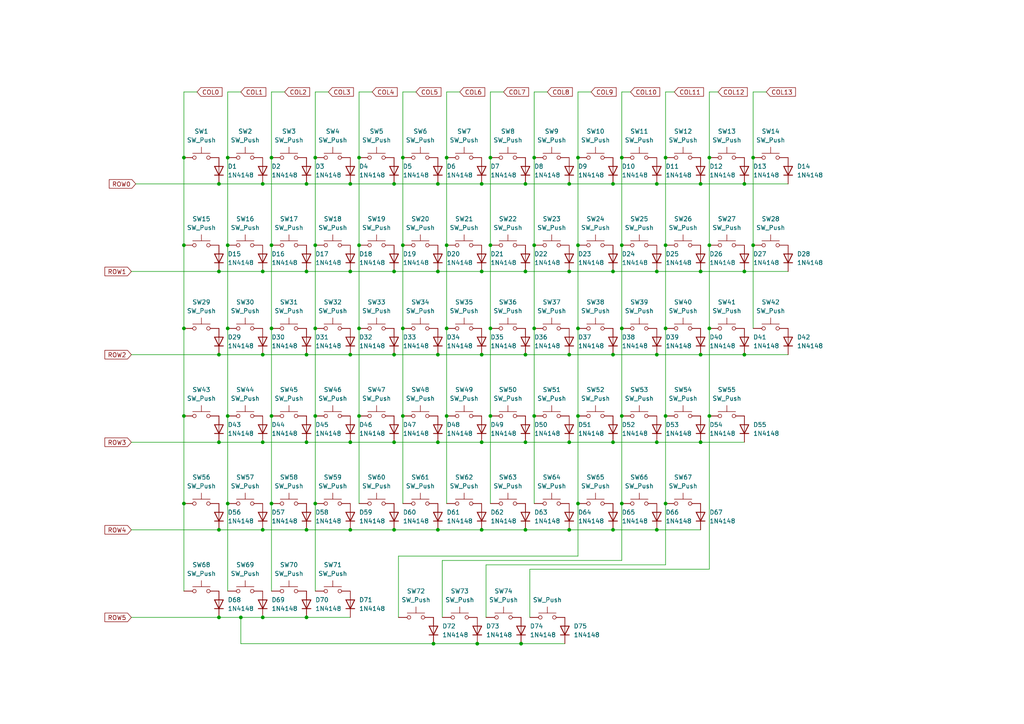
<source format=kicad_sch>
(kicad_sch (version 20250114) (generator "eeschema") (generator_version "9.0")
  (paper "A4")
  (junction (at 152.4 128.27))
  (junction (at 129.54 95.25))
  (junction (at 167.64 95.25))
  (junction (at 165.1 128.27))
  (junction (at 193.04 95.25))
  (junction (at 142.24 71.12))
  (junction (at 129.54 120.65))
  (junction (at 152.4 102.87))
  (junction (at 78.74 120.65))
  (junction (at 127 128.27))
  (junction (at 193.04 120.65))
  (junction (at 139.7 153.67))
  (junction (at 218.44 45.72))
  (junction (at 165.1 153.67))
  (junction (at 114.3 78.74))
  (junction (at 63.5 128.27))
  (junction (at 101.6 78.74))
  (junction (at 139.7 102.87))
  (junction (at 177.8 128.27))
  (junction (at 190.5 102.87))
  (junction (at 215.9 53.34))
  (junction (at 63.5 153.67))
  (junction (at 193.04 146.05))
  (junction (at 53.34 71.12))
  (junction (at 177.8 53.34))
  (junction (at 152.4 78.74))
  (junction (at 78.74 45.72))
  (junction (at 114.3 102.87))
  (junction (at 205.74 120.65))
  (junction (at 104.14 95.25))
  (junction (at 180.34 120.65))
  (junction (at 63.5 102.87))
  (junction (at 142.24 120.65))
  (junction (at 190.5 128.27))
  (junction (at 78.74 71.12))
  (junction (at 116.84 120.65))
  (junction (at 88.9 153.67))
  (junction (at 142.24 95.25))
  (junction (at 116.84 45.72))
  (junction (at 205.74 45.72))
  (junction (at 205.74 71.12))
  (junction (at 139.7 128.27))
  (junction (at 180.34 95.25))
  (junction (at 190.5 153.67))
  (junction (at 76.2 153.67))
  (junction (at 63.5 179.07))
  (junction (at 76.2 179.07))
  (junction (at 154.94 120.65))
  (junction (at 66.04 71.12))
  (junction (at 116.84 95.25))
  (junction (at 167.64 146.05))
  (junction (at 69.85 179.07))
  (junction (at 53.34 146.05))
  (junction (at 203.2 128.27))
  (junction (at 53.34 45.72))
  (junction (at 91.44 95.25))
  (junction (at 154.94 71.12))
  (junction (at 152.4 153.67))
  (junction (at 129.54 45.72))
  (junction (at 165.1 53.34))
  (junction (at 180.34 45.72))
  (junction (at 125.73 186.69))
  (junction (at 154.94 45.72))
  (junction (at 101.6 153.67))
  (junction (at 88.9 179.07))
  (junction (at 66.04 146.05))
  (junction (at 142.24 45.72))
  (junction (at 215.9 78.74))
  (junction (at 104.14 45.72))
  (junction (at 78.74 95.25))
  (junction (at 63.5 53.34))
  (junction (at 129.54 71.12))
  (junction (at 167.64 71.12))
  (junction (at 78.74 146.05))
  (junction (at 167.64 45.72))
  (junction (at 114.3 53.34))
  (junction (at 66.04 120.65))
  (junction (at 101.6 102.87))
  (junction (at 203.2 53.34))
  (junction (at 177.8 78.74))
  (junction (at 190.5 78.74))
  (junction (at 53.34 95.25))
  (junction (at 114.3 128.27))
  (junction (at 76.2 102.87))
  (junction (at 203.2 102.87))
  (junction (at 91.44 71.12))
  (junction (at 104.14 71.12))
  (junction (at 139.7 53.34))
  (junction (at 165.1 102.87))
  (junction (at 127 153.67))
  (junction (at 177.8 102.87))
  (junction (at 152.4 53.34))
  (junction (at 104.14 120.65))
  (junction (at 138.43 186.69))
  (junction (at 167.64 120.65))
  (junction (at 154.94 95.25))
  (junction (at 76.2 78.74))
  (junction (at 127 78.74))
  (junction (at 91.44 120.65))
  (junction (at 180.34 71.12))
  (junction (at 203.2 78.74))
  (junction (at 116.84 71.12))
  (junction (at 139.7 78.74))
  (junction (at 215.9 102.87))
  (junction (at 127 102.87))
  (junction (at 218.44 71.12))
  (junction (at 114.3 153.67))
  (junction (at 101.6 53.34))
  (junction (at 190.5 53.34))
  (junction (at 66.04 95.25))
  (junction (at 88.9 102.87))
  (junction (at 88.9 53.34))
  (junction (at 76.2 128.27))
  (junction (at 127 53.34))
  (junction (at 91.44 146.05))
  (junction (at 165.1 78.74))
  (junction (at 63.5 78.74))
  (junction (at 151.13 186.69))
  (junction (at 91.44 45.72))
  (junction (at 101.6 128.27))
  (junction (at 177.8 153.67))
  (junction (at 205.74 95.25))
  (junction (at 193.04 71.12))
  (junction (at 180.34 146.05))
  (junction (at 53.34 120.65))
  (junction (at 193.04 45.72))
  (junction (at 88.9 78.74))
  (junction (at 66.04 45.72))
  (junction (at 88.9 128.27))
  (junction (at 76.2 53.34))
  (wire (pts (xy 101.6 128.27) (xy 114.3 128.27)))
  (wire (pts (xy 218.44 26.67) (xy 222.25 26.67)))
  (wire (pts (xy 205.74 120.65) (xy 205.74 165.1)))
  (wire (pts (xy 193.04 45.72) (xy 193.04 26.67)))
  (wire (pts (xy 205.74 26.67) (xy 208.28 26.67)))
  (wire (pts (xy 114.3 128.27) (xy 127 128.27)))
  (wire (pts (xy 63.5 102.87) (xy 76.2 102.87)))
  (wire (pts (xy 142.24 45.72) (xy 142.24 26.67)))
  (wire (pts (xy 114.3 53.34) (xy 127 53.34)))
  (wire (pts (xy 154.94 120.65) (xy 154.94 146.05)))
  (wire (pts (xy 177.8 78.74) (xy 190.5 78.74)))
  (wire (pts (xy 165.1 53.34) (xy 177.8 53.34)))
  (wire (pts (xy 115.57 179.07) (xy 115.57 161.29)))
  (wire (pts (xy 69.85 186.69) (xy 125.73 186.69)))
  (wire (pts (xy 76.2 102.87) (xy 88.9 102.87)))
  (wire (pts (xy 88.9 102.87) (xy 101.6 102.87)))
  (wire (pts (xy 152.4 53.34) (xy 165.1 53.34)))
  (wire (pts (xy 104.14 26.67) (xy 107.95 26.67)))
  (wire (pts (xy 78.74 71.12) (xy 78.74 95.25)))
  (wire (pts (xy 193.04 71.12) (xy 193.04 95.25)))
  (wire (pts (xy 88.9 78.74) (xy 101.6 78.74)))
  (wire (pts (xy 203.2 128.27) (xy 215.9 128.27)))
  (wire (pts (xy 116.84 95.25) (xy 116.84 120.65)))
  (wire (pts (xy 101.6 78.74) (xy 114.3 78.74)))
  (wire (pts (xy 142.24 120.65) (xy 142.24 146.05)))
  (wire (pts (xy 154.94 71.12) (xy 154.94 95.25)))
  (wire (pts (xy 53.34 45.72) (xy 53.34 26.67)))
  (wire (pts (xy 154.94 26.67) (xy 154.94 45.72)))
  (wire (pts (xy 88.9 128.27) (xy 101.6 128.27)))
  (wire (pts (xy 116.84 45.72) (xy 116.84 26.67)))
  (wire (pts (xy 76.2 128.27) (xy 88.9 128.27)))
  (wire (pts (xy 53.34 146.05) (xy 53.34 171.45)))
  (wire (pts (xy 190.5 53.34) (xy 203.2 53.34)))
  (wire (pts (xy 127 78.74) (xy 139.7 78.74)))
  (wire (pts (xy 115.57 161.29) (xy 167.64 161.29)))
  (wire (pts (xy 129.54 45.72) (xy 129.54 26.67)))
  (wire (pts (xy 78.74 45.72) (xy 78.74 71.12)))
  (wire (pts (xy 66.04 26.67) (xy 66.04 45.72)))
  (wire (pts (xy 167.64 26.67) (xy 171.45 26.67)))
  (wire (pts (xy 165.1 128.27) (xy 177.8 128.27)))
  (wire (pts (xy 218.44 45.72) (xy 218.44 26.67)))
  (wire (pts (xy 69.85 179.07) (xy 76.2 179.07)))
  (wire (pts (xy 165.1 153.67) (xy 177.8 153.67)))
  (wire (pts (xy 190.5 153.67) (xy 203.2 153.67)))
  (wire (pts (xy 203.2 78.74) (xy 215.9 78.74)))
  (wire (pts (xy 114.3 153.67) (xy 127 153.67)))
  (wire (pts (xy 66.04 120.65) (xy 66.04 146.05)))
  (wire (pts (xy 129.54 95.25) (xy 129.54 120.65)))
  (wire (pts (xy 76.2 78.74) (xy 88.9 78.74)))
  (wire (pts (xy 104.14 45.72) (xy 104.14 71.12)))
  (wire (pts (xy 91.44 95.25) (xy 91.44 120.65)))
  (wire (pts (xy 205.74 165.1) (xy 153.67 165.1)))
  (wire (pts (xy 91.44 45.72) (xy 91.44 26.67)))
  (wire (pts (xy 53.34 95.25) (xy 53.34 120.65)))
  (wire (pts (xy 114.3 78.74) (xy 127 78.74)))
  (wire (pts (xy 193.04 26.67) (xy 195.58 26.67)))
  (wire (pts (xy 215.9 53.34) (xy 228.6 53.34)))
  (wire (pts (xy 165.1 78.74) (xy 177.8 78.74)))
  (wire (pts (xy 152.4 128.27) (xy 165.1 128.27)))
  (wire (pts (xy 104.14 71.12) (xy 104.14 95.25)))
  (wire (pts (xy 180.34 120.65) (xy 180.34 146.05)))
  (wire (pts (xy 78.74 95.25) (xy 78.74 120.65)))
  (wire (pts (xy 139.7 78.74) (xy 152.4 78.74)))
  (wire (pts (xy 177.8 153.67) (xy 190.5 153.67)))
  (wire (pts (xy 38.1 128.27) (xy 63.5 128.27)))
  (wire (pts (xy 180.34 95.25) (xy 180.34 120.65)))
  (wire (pts (xy 127 128.27) (xy 139.7 128.27)))
  (wire (pts (xy 125.73 186.69) (xy 138.43 186.69)))
  (wire (pts (xy 116.84 26.67) (xy 120.65 26.67)))
  (wire (pts (xy 177.8 128.27) (xy 190.5 128.27)))
  (wire (pts (xy 138.43 186.69) (xy 151.13 186.69)))
  (wire (pts (xy 88.9 179.07) (xy 101.6 179.07)))
  (wire (pts (xy 139.7 53.34) (xy 152.4 53.34)))
  (wire (pts (xy 215.9 102.87) (xy 228.6 102.87)))
  (wire (pts (xy 91.44 120.65) (xy 91.44 146.05)))
  (wire (pts (xy 177.8 102.87) (xy 190.5 102.87)))
  (wire (pts (xy 129.54 71.12) (xy 129.54 95.25)))
  (wire (pts (xy 129.54 120.65) (xy 129.54 146.05)))
  (wire (pts (xy 104.14 95.25) (xy 104.14 120.65)))
  (wire (pts (xy 165.1 102.87) (xy 177.8 102.87)))
  (wire (pts (xy 63.5 153.67) (xy 76.2 153.67)))
  (wire (pts (xy 116.84 45.72) (xy 116.84 71.12)))
  (wire (pts (xy 218.44 45.72) (xy 218.44 71.12)))
  (wire (pts (xy 114.3 102.87) (xy 127 102.87)))
  (wire (pts (xy 66.04 95.25) (xy 66.04 120.65)))
  (wire (pts (xy 129.54 45.72) (xy 129.54 71.12)))
  (wire (pts (xy 66.04 71.12) (xy 66.04 95.25)))
  (wire (pts (xy 78.74 146.05) (xy 78.74 171.45)))
  (wire (pts (xy 180.34 45.72) (xy 180.34 71.12)))
  (wire (pts (xy 142.24 45.72) (xy 142.24 71.12)))
  (wire (pts (xy 140.97 163.83) (xy 193.04 163.83)))
  (wire (pts (xy 38.1 179.07) (xy 63.5 179.07)))
  (wire (pts (xy 139.7 128.27) (xy 152.4 128.27)))
  (wire (pts (xy 78.74 120.65) (xy 78.74 146.05)))
  (wire (pts (xy 39.37 53.34) (xy 63.5 53.34)))
  (wire (pts (xy 167.64 71.12) (xy 167.64 95.25)))
  (wire (pts (xy 180.34 162.56) (xy 128.27 162.56)))
  (wire (pts (xy 101.6 153.67) (xy 114.3 153.67)))
  (wire (pts (xy 142.24 26.67) (xy 146.05 26.67)))
  (wire (pts (xy 167.64 161.29) (xy 167.64 146.05)))
  (wire (pts (xy 142.24 95.25) (xy 142.24 120.65)))
  (wire (pts (xy 205.74 95.25) (xy 205.74 120.65)))
  (wire (pts (xy 104.14 45.72) (xy 104.14 26.67)))
  (wire (pts (xy 180.34 146.05) (xy 180.34 162.56)))
  (wire (pts (xy 167.64 45.72) (xy 167.64 71.12)))
  (wire (pts (xy 139.7 102.87) (xy 152.4 102.87)))
  (wire (pts (xy 91.44 71.12) (xy 91.44 95.25)))
  (wire (pts (xy 88.9 53.34) (xy 101.6 53.34)))
  (wire (pts (xy 193.04 95.25) (xy 193.04 120.65)))
  (wire (pts (xy 190.5 102.87) (xy 203.2 102.87)))
  (wire (pts (xy 66.04 146.05) (xy 66.04 171.45)))
  (wire (pts (xy 53.34 45.72) (xy 53.34 71.12)))
  (wire (pts (xy 153.67 165.1) (xy 153.67 179.07)))
  (wire (pts (xy 66.04 45.72) (xy 66.04 71.12)))
  (wire (pts (xy 91.44 26.67) (xy 95.25 26.67)))
  (wire (pts (xy 91.44 45.72) (xy 91.44 71.12)))
  (wire (pts (xy 180.34 26.67) (xy 182.88 26.67)))
  (wire (pts (xy 203.2 102.87) (xy 215.9 102.87)))
  (wire (pts (xy 66.04 26.67) (xy 69.85 26.67)))
  (wire (pts (xy 63.5 78.74) (xy 76.2 78.74)))
  (wire (pts (xy 154.94 45.72) (xy 154.94 71.12)))
  (wire (pts (xy 63.5 53.34) (xy 76.2 53.34)))
  (wire (pts (xy 91.44 146.05) (xy 91.44 171.45)))
  (wire (pts (xy 193.04 163.83) (xy 193.04 146.05)))
  (wire (pts (xy 193.04 120.65) (xy 193.04 146.05)))
  (wire (pts (xy 78.74 45.72) (xy 78.74 26.67)))
  (wire (pts (xy 104.14 120.65) (xy 104.14 146.05)))
  (wire (pts (xy 127 102.87) (xy 139.7 102.87)))
  (wire (pts (xy 76.2 179.07) (xy 88.9 179.07)))
  (wire (pts (xy 38.1 102.87) (xy 63.5 102.87)))
  (wire (pts (xy 53.34 71.12) (xy 53.34 95.25)))
  (wire (pts (xy 151.13 186.69) (xy 163.83 186.69)))
  (wire (pts (xy 154.94 95.25) (xy 154.94 120.65)))
  (wire (pts (xy 63.5 179.07) (xy 69.85 179.07)))
  (wire (pts (xy 180.34 71.12) (xy 180.34 95.25)))
  (wire (pts (xy 76.2 153.67) (xy 88.9 153.67)))
  (wire (pts (xy 38.1 78.74) (xy 63.5 78.74)))
  (wire (pts (xy 190.5 128.27) (xy 203.2 128.27)))
  (wire (pts (xy 167.64 120.65) (xy 167.64 146.05)))
  (wire (pts (xy 205.74 45.72) (xy 205.74 71.12)))
  (wire (pts (xy 167.64 45.72) (xy 167.64 26.67)))
  (wire (pts (xy 205.74 45.72) (xy 205.74 26.67)))
  (wire (pts (xy 38.1 153.67) (xy 63.5 153.67)))
  (wire (pts (xy 180.34 45.72) (xy 180.34 26.67)))
  (wire (pts (xy 203.2 53.34) (xy 215.9 53.34)))
  (wire (pts (xy 53.34 120.65) (xy 53.34 146.05)))
  (wire (pts (xy 140.97 179.07) (xy 140.97 163.83)))
  (wire (pts (xy 63.5 128.27) (xy 76.2 128.27)))
  (wire (pts (xy 152.4 78.74) (xy 165.1 78.74)))
  (wire (pts (xy 190.5 78.74) (xy 203.2 78.74)))
  (wire (pts (xy 218.44 71.12) (xy 218.44 95.25)))
  (wire (pts (xy 193.04 45.72) (xy 193.04 71.12)))
  (wire (pts (xy 101.6 53.34) (xy 114.3 53.34)))
  (wire (pts (xy 177.8 53.34) (xy 190.5 53.34)))
  (wire (pts (xy 128.27 162.56) (xy 128.27 179.07)))
  (wire (pts (xy 69.85 186.69) (xy 69.85 179.07)))
  (wire (pts (xy 154.94 26.67) (xy 158.75 26.67)))
  (wire (pts (xy 215.9 78.74) (xy 228.6 78.74)))
  (wire (pts (xy 76.2 53.34) (xy 88.9 53.34)))
  (wire (pts (xy 101.6 102.87) (xy 114.3 102.87)))
  (wire (pts (xy 116.84 71.12) (xy 116.84 95.25)))
  (wire (pts (xy 139.7 153.67) (xy 152.4 153.67)))
  (wire (pts (xy 53.34 26.67) (xy 57.15 26.67)))
  (wire (pts (xy 127 53.34) (xy 139.7 53.34)))
  (wire (pts (xy 205.74 71.12) (xy 205.74 95.25)))
  (wire (pts (xy 167.64 95.25) (xy 167.64 120.65)))
  (wire (pts (xy 152.4 153.67) (xy 165.1 153.67)))
  (wire (pts (xy 78.74 26.67) (xy 82.55 26.67)))
  (wire (pts (xy 152.4 102.87) (xy 165.1 102.87)))
  (wire (pts (xy 142.24 71.12) (xy 142.24 95.25)))
  (wire (pts (xy 129.54 26.67) (xy 133.35 26.67)))
  (wire (pts (xy 127 153.67) (xy 139.7 153.67)))
  (wire (pts (xy 116.84 120.65) (xy 116.84 146.05)))
  (wire (pts (xy 88.9 153.67) (xy 101.6 153.67)))
  (global_label "COL13" (shape input) (at 222.25 26.67 0) (property "Intersheetrefs" "${INTERSHEET_REFS}" (effects (hide yes))))
  (global_label "COL12" (shape input) (at 208.28 26.67 0) (property "Intersheetrefs" "${INTERSHEET_REFS}" (effects (hide yes))))
  (global_label "ROW0" (shape input) (at 39.37 53.34 180) (property "Intersheetrefs" "${INTERSHEET_REFS}" (effects (hide yes))))
  (global_label "COL2" (shape input) (at 82.55 26.67 0) (property "Intersheetrefs" "${INTERSHEET_REFS}" (effects (hide yes))))
  (global_label "COL10" (shape input) (at 182.88 26.67 0) (property "Intersheetrefs" "${INTERSHEET_REFS}" (effects (hide yes))))
  (global_label "COL1" (shape input) (at 69.85 26.67 0) (property "Intersheetrefs" "${INTERSHEET_REFS}" (effects (hide yes))))
  (global_label "ROW5" (shape input) (at 38.1 179.07 180) (property "Intersheetrefs" "${INTERSHEET_REFS}" (effects (hide yes))))
  (global_label "COL7" (shape input) (at 146.05 26.67 0) (property "Intersheetrefs" "${INTERSHEET_REFS}" (effects (hide yes))))
  (global_label "COL5" (shape input) (at 120.65 26.67 0) (property "Intersheetrefs" "${INTERSHEET_REFS}" (effects (hide yes))))
  (global_label "ROW2" (shape input) (at 38.1 102.87 180) (property "Intersheetrefs" "${INTERSHEET_REFS}" (effects (hide yes))))
  (global_label "COL11" (shape input) (at 195.58 26.67 0) (property "Intersheetrefs" "${INTERSHEET_REFS}" (effects (hide yes))))
  (global_label "COL9" (shape input) (at 171.45 26.67 0) (property "Intersheetrefs" "${INTERSHEET_REFS}" (effects (hide yes))))
  (global_label "COL3" (shape input) (at 95.25 26.67 0) (property "Intersheetrefs" "${INTERSHEET_REFS}" (effects (hide yes))))
  (global_label "COL0" (shape input) (at 57.15 26.67 0) (property "Intersheetrefs" "${INTERSHEET_REFS}" (effects (hide yes))))
  (global_label "ROW4" (shape input) (at 38.1 153.67 180) (property "Intersheetrefs" "${INTERSHEET_REFS}" (effects (hide yes))))
  (global_label "COL8" (shape input) (at 158.75 26.67 0) (property "Intersheetrefs" "${INTERSHEET_REFS}" (effects (hide yes))))
  (global_label "COL4" (shape input) (at 107.95 26.67 0) (property "Intersheetrefs" "${INTERSHEET_REFS}" (effects (hide yes))))
  (global_label "ROW3" (shape input) (at 38.1 128.27 180) (property "Intersheetrefs" "${INTERSHEET_REFS}" (effects (hide yes))))
  (global_label "COL6" (shape input) (at 133.35 26.67 0) (property "Intersheetrefs" "${INTERSHEET_REFS}" (effects (hide yes))))
  (global_label "ROW1" (shape input) (at 38.1 78.74 180) (property "Intersheetrefs" "${INTERSHEET_REFS}" (effects (hide yes))))
  (symbol (lib_id "Switch:SW_Push") (at 71.12 146.05 0) (unit 1)
    (property "Reference" "SW57" (at 71.12 138.43 0))
    (property "Value" "SW_Push" (at 71.12 140.97 0))
    (property "Footprint" "JonasLib-Git:MX100H" (effects (hide yes)))
    (property "Description" "Push button switch, generic, two pins" (effects (hide yes)))
  )
  (symbol (lib_id "Device:D") (at 139.7 149.86 90) (unit 1)
    (property "Reference" "D62" (at 142.24 148.5899 90) (effects (justify right)))
    (property "Value" "1N4148" (at 142.24 151.1299 90) (effects (justify right)))
    (property "Footprint" "Diode_SMD:D_SOD-123" (effects (hide yes)))
    (property "Description" "Diode" (effects (hide yes)))
    (property "Sim.Device" "D" (effects (hide yes)))
    (property "Sim.Pins" "1=K 2=A" (effects (hide yes)))
  )
  (symbol (lib_id "Device:D") (at 139.7 74.93 90) (unit 1)
    (property "Reference" "D21" (at 142.24 73.6599 90) (effects (justify right)))
    (property "Value" "1N4148" (at 142.24 76.1999 90) (effects (justify right)))
    (property "Footprint" "Diode_SMD:D_SOD-123" (effects (hide yes)))
    (property "Description" "Diode" (effects (hide yes)))
    (property "Sim.Device" "D" (effects (hide yes)))
    (property "Sim.Pins" "1=K 2=A" (effects (hide yes)))
  )
  (symbol (lib_id "Switch:SW_Push") (at 58.42 45.72 0) (unit 1)
    (property "Reference" "SW1" (at 58.42 38.1 0))
    (property "Value" "SW_Push" (at 58.42 40.64 0))
    (property "Footprint" "JonasLib-Git:MX100H" (effects (hide yes)))
    (property "Description" "Push button switch, generic, two pins" (effects (hide yes)))
  )
  (symbol (lib_id "Switch:SW_Push") (at 185.42 146.05 0) (unit 1)
    (property "Reference" "SW66" (at 185.42 138.43 0))
    (property "Value" "SW_Push" (at 185.42 140.97 0))
    (property "Footprint" "JonasLib-Git:MX100H" (effects (hide yes)))
    (property "Description" "Push button switch, generic, two pins" (effects (hide yes)))
  )
  (symbol (lib_id "Switch:SW_Push") (at 160.02 71.12 0) (unit 1)
    (property "Reference" "SW23" (at 160.02 63.5 0))
    (property "Value" "SW_Push" (at 160.02 66.04 0))
    (property "Footprint" "JonasLib-Git:MX100H" (effects (hide yes)))
    (property "Description" "Push button switch, generic, two pins" (effects (hide yes)))
  )
  (symbol (lib_id "Device:D") (at 127 99.06 90) (unit 1)
    (property "Reference" "D34" (at 129.54 97.7899 90) (effects (justify right)))
    (property "Value" "1N4148" (at 129.54 100.3299 90) (effects (justify right)))
    (property "Footprint" "Diode_SMD:D_SOD-123" (effects (hide yes)))
    (property "Description" "Diode" (effects (hide yes)))
    (property "Sim.Device" "D" (effects (hide yes)))
    (property "Sim.Pins" "1=K 2=A" (effects (hide yes)))
  )
  (symbol (lib_id "Switch:SW_Push") (at 58.42 120.65 0) (unit 1)
    (property "Reference" "SW43" (at 58.42 113.03 0))
    (property "Value" "SW_Push" (at 58.42 115.57 0))
    (property "Footprint" "JonasLib-Git:MX100H" (effects (hide yes)))
    (property "Description" "Push button switch, generic, two pins" (effects (hide yes)))
  )
  (symbol (lib_id "Switch:SW_Push") (at 71.12 71.12 0) (unit 1)
    (property "Reference" "SW16" (at 71.12 63.5 0))
    (property "Value" "SW_Push" (at 71.12 66.04 0))
    (property "Footprint" "JonasLib-Git:MX100H" (effects (hide yes)))
    (property "Description" "Push button switch, generic, two pins" (effects (hide yes)))
  )
  (symbol (lib_id "Switch:SW_Push") (at 58.42 171.45 0) (unit 1)
    (property "Reference" "SW68" (at 58.42 163.83 0))
    (property "Value" "SW_Push" (at 58.42 166.37 0))
    (property "Footprint" "JonasLib-Git:MX100H" (effects (hide yes)))
    (property "Description" "Push button switch, generic, two pins" (effects (hide yes)))
  )
  (symbol (lib_id "Switch:SW_Push") (at 83.82 171.45 0) (unit 1)
    (property "Reference" "SW70" (at 83.82 163.83 0))
    (property "Value" "SW_Push" (at 83.82 166.37 0))
    (property "Footprint" "JonasLib-Git:MX100H" (effects (hide yes)))
    (property "Description" "Push button switch, generic, two pins" (effects (hide yes)))
  )
  (symbol (lib_id "Switch:SW_Push") (at 172.72 45.72 0) (unit 1)
    (property "Reference" "SW10" (at 172.72 38.1 0))
    (property "Value" "SW_Push" (at 172.72 40.64 0))
    (property "Footprint" "JonasLib-Git:MX100H" (effects (hide yes)))
    (property "Description" "Push button switch, generic, two pins" (effects (hide yes)))
  )
  (symbol (lib_id "Switch:SW_Push") (at 172.72 95.25 0) (unit 1)
    (property "Reference" "SW38" (at 172.72 87.63 0))
    (property "Value" "SW_Push" (at 172.72 90.17 0))
    (property "Footprint" "JonasLib-Git:MX100H" (effects (hide yes)))
    (property "Description" "Push button switch, generic, two pins" (effects (hide yes)))
  )
  (symbol (lib_id "Device:D") (at 177.8 74.93 90) (unit 1)
    (property "Reference" "D24" (at 180.34 73.6599 90) (effects (justify right)))
    (property "Value" "1N4148" (at 180.34 76.1999 90) (effects (justify right)))
    (property "Footprint" "Diode_SMD:D_SOD-123" (effects (hide yes)))
    (property "Description" "Diode" (effects (hide yes)))
    (property "Sim.Device" "D" (effects (hide yes)))
    (property "Sim.Pins" "1=K 2=A" (effects (hide yes)))
  )
  (symbol (lib_id "Device:D") (at 114.3 74.93 90) (unit 1)
    (property "Reference" "D19" (at 116.84 73.6599 90) (effects (justify right)))
    (property "Value" "1N4148" (at 116.84 76.1999 90) (effects (justify right)))
    (property "Footprint" "Diode_SMD:D_SOD-123" (effects (hide yes)))
    (property "Description" "Diode" (effects (hide yes)))
    (property "Sim.Device" "D" (effects (hide yes)))
    (property "Sim.Pins" "1=K 2=A" (effects (hide yes)))
  )
  (symbol (lib_id "Device:D") (at 152.4 74.93 90) (unit 1)
    (property "Reference" "D22" (at 154.94 73.6599 90) (effects (justify right)))
    (property "Value" "1N4148" (at 154.94 76.1999 90) (effects (justify right)))
    (property "Footprint" "Diode_SMD:D_SOD-123" (effects (hide yes)))
    (property "Description" "Diode" (effects (hide yes)))
    (property "Sim.Device" "D" (effects (hide yes)))
    (property "Sim.Pins" "1=K 2=A" (effects (hide yes)))
  )
  (symbol (lib_id "Device:D") (at 114.3 149.86 90) (unit 1)
    (property "Reference" "D60" (at 116.84 148.5899 90) (effects (justify right)))
    (property "Value" "1N4148" (at 116.84 151.1299 90) (effects (justify right)))
    (property "Footprint" "Diode_SMD:D_SOD-123" (effects (hide yes)))
    (property "Description" "Diode" (effects (hide yes)))
    (property "Sim.Device" "D" (effects (hide yes)))
    (property "Sim.Pins" "1=K 2=A" (effects (hide yes)))
  )
  (symbol (lib_id "Switch:SW_Push") (at 198.12 95.25 0) (unit 1)
    (property "Reference" "SW40" (at 198.12 87.63 0))
    (property "Value" "SW_Push" (at 198.12 90.17 0))
    (property "Footprint" "JonasLib-Git:MX100H" (effects (hide yes)))
    (property "Description" "Push button switch, generic, two pins" (effects (hide yes)))
  )
  (symbol (lib_id "Switch:SW_Push") (at 160.02 95.25 0) (unit 1)
    (property "Reference" "SW37" (at 160.02 87.63 0))
    (property "Value" "SW_Push" (at 160.02 90.17 0))
    (property "Footprint" "JonasLib-Git:MX100H" (effects (hide yes)))
    (property "Description" "Push button switch, generic, two pins" (effects (hide yes)))
  )
  (symbol (lib_id "Switch:SW_Push") (at 223.52 45.72 0) (unit 1)
    (property "Reference" "SW14" (at 223.52 38.1 0))
    (property "Value" "SW_Push" (at 223.52 40.64 0))
    (property "Footprint" "JonasLib-Git:MX100H" (effects (hide yes)))
    (property "Description" "Push button switch, generic, two pins" (effects (hide yes)))
  )
  (symbol (lib_id "Device:D") (at 203.2 149.86 90) (unit 1)
    (property "Reference" "D67" (at 205.74 148.5899 90) (effects (justify right)))
    (property "Value" "1N4148" (at 205.74 151.1299 90) (effects (justify right)))
    (property "Footprint" "Diode_SMD:D_SOD-123" (effects (hide yes)))
    (property "Description" "Diode" (effects (hide yes)))
    (property "Sim.Device" "D" (effects (hide yes)))
    (property "Sim.Pins" "1=K 2=A" (effects (hide yes)))
  )
  (symbol (lib_id "Device:D") (at 88.9 124.46 90) (unit 1)
    (property "Reference" "D45" (at 91.44 123.1899 90) (effects (justify right)))
    (property "Value" "1N4148" (at 91.44 125.7299 90) (effects (justify right)))
    (property "Footprint" "Diode_SMD:D_SOD-123" (effects (hide yes)))
    (property "Description" "Diode" (effects (hide yes)))
    (property "Sim.Device" "D" (effects (hide yes)))
    (property "Sim.Pins" "1=K 2=A" (effects (hide yes)))
  )
  (symbol (lib_id "Switch:SW_Push") (at 223.52 95.25 0) (unit 1)
    (property "Reference" "SW42" (at 223.52 87.63 0))
    (property "Value" "SW_Push" (at 223.52 90.17 0))
    (property "Footprint" "JonasLib-Git:MX100H" (effects (hide yes)))
    (property "Description" "Push button switch, generic, two pins" (effects (hide yes)))
  )
  (symbol (lib_id "Switch:SW_Push") (at 96.52 71.12 0) (unit 1)
    (property "Reference" "SW18" (at 96.52 63.5 0))
    (property "Value" "SW_Push" (at 96.52 66.04 0))
    (property "Footprint" "JonasLib-Git:MX100H" (effects (hide yes)))
    (property "Description" "Push button switch, generic, two pins" (effects (hide yes)))
  )
  (symbol (lib_id "Device:D") (at 152.4 99.06 90) (unit 1)
    (property "Reference" "D36" (at 154.94 97.7899 90) (effects (justify right)))
    (property "Value" "1N4148" (at 154.94 100.3299 90) (effects (justify right)))
    (property "Footprint" "Diode_SMD:D_SOD-123" (effects (hide yes)))
    (property "Description" "Diode" (effects (hide yes)))
    (property "Sim.Device" "D" (effects (hide yes)))
    (property "Sim.Pins" "1=K 2=A" (effects (hide yes)))
  )
  (symbol (lib_id "Switch:SW_Push") (at 58.42 71.12 0) (unit 1)
    (property "Reference" "SW15" (at 58.42 63.5 0))
    (property "Value" "SW_Push" (at 58.42 66.04 0))
    (property "Footprint" "JonasLib-Git:MX100H" (effects (hide yes)))
    (property "Description" "Push button switch, generic, two pins" (effects (hide yes)))
  )
  (symbol (lib_id "Switch:SW_Push") (at 109.22 45.72 0) (unit 1)
    (property "Reference" "SW5" (at 109.22 38.1 0))
    (property "Value" "SW_Push" (at 109.22 40.64 0))
    (property "Footprint" "JonasLib-Git:MX100H" (effects (hide yes)))
    (property "Description" "Push button switch, generic, two pins" (effects (hide yes)))
  )
  (symbol (lib_id "Switch:SW_Push") (at 109.22 120.65 0) (unit 1)
    (property "Reference" "SW47" (at 109.22 113.03 0))
    (property "Value" "SW_Push" (at 109.22 115.57 0))
    (property "Footprint" "JonasLib-Git:MX100H" (effects (hide yes)))
    (property "Description" "Push button switch, generic, two pins" (effects (hide yes)))
  )
  (symbol (lib_id "Device:D") (at 114.3 99.06 90) (unit 1)
    (property "Reference" "D33" (at 116.84 97.7899 90) (effects (justify right)))
    (property "Value" "1N4148" (at 116.84 100.3299 90) (effects (justify right)))
    (property "Footprint" "Diode_SMD:D_SOD-123" (effects (hide yes)))
    (property "Description" "Diode" (effects (hide yes)))
    (property "Sim.Device" "D" (effects (hide yes)))
    (property "Sim.Pins" "1=K 2=A" (effects (hide yes)))
  )
  (symbol (lib_id "Switch:SW_Push") (at 96.52 45.72 0) (unit 1)
    (property "Reference" "SW4" (at 96.52 38.1 0))
    (property "Value" "SW_Push" (at 96.52 40.64 0))
    (property "Footprint" "JonasLib-Git:MX100H" (effects (hide yes)))
    (property "Description" "Push button switch, generic, two pins" (effects (hide yes)))
  )
  (symbol (lib_id "Device:D") (at 177.8 124.46 90) (unit 1)
    (property "Reference" "D52" (at 180.34 123.1899 90) (effects (justify right)))
    (property "Value" "1N4148" (at 180.34 125.7299 90) (effects (justify right)))
    (property "Footprint" "Diode_SMD:D_SOD-123" (effects (hide yes)))
    (property "Description" "Diode" (effects (hide yes)))
    (property "Sim.Device" "D" (effects (hide yes)))
    (property "Sim.Pins" "1=K 2=A" (effects (hide yes)))
  )
  (symbol (lib_id "Switch:SW_Push") (at 96.52 146.05 0) (unit 1)
    (property "Reference" "SW59" (at 96.52 138.43 0))
    (property "Value" "SW_Push" (at 96.52 140.97 0))
    (property "Footprint" "JonasLib-Git:MX100H" (effects (hide yes)))
    (property "Description" "Push button switch, generic, two pins" (effects (hide yes)))
  )
  (symbol (lib_id "Device:D") (at 138.43 182.88 90) (unit 1)
    (property "Reference" "D73" (at 140.97 181.6099 90) (effects (justify right)))
    (property "Value" "1N4148" (at 140.97 184.1499 90) (effects (justify right)))
    (property "Footprint" "Diode_SMD:D_SOD-123" (effects (hide yes)))
    (property "Description" "Diode" (effects (hide yes)))
    (property "Sim.Device" "D" (effects (hide yes)))
    (property "Sim.Pins" "1=K 2=A" (effects (hide yes)))
  )
  (symbol (lib_id "Switch:SW_Push") (at 158.75 179.07 0) (unit 1)
    (property "Reference" "SW75" (effects (hide yes)))
    (property "Value" "SW_Push" (at 158.75 173.99 0))
    (property "Footprint" "JonasLib-Git:MX100H" (effects (hide yes)))
    (property "Description" "Push button switch, generic, two pins" (effects (hide yes)))
  )
  (symbol (lib_id "Switch:SW_Push") (at 185.42 45.72 0) (unit 1)
    (property "Reference" "SW11" (at 185.42 38.1 0))
    (property "Value" "SW_Push" (at 185.42 40.64 0))
    (property "Footprint" "JonasLib-Git:MX100H" (effects (hide yes)))
    (property "Description" "Push button switch, generic, two pins" (effects (hide yes)))
  )
  (symbol (lib_id "Switch:SW_Push") (at 96.52 120.65 0) (unit 1)
    (property "Reference" "SW46" (at 96.52 113.03 0))
    (property "Value" "SW_Push" (at 96.52 115.57 0))
    (property "Footprint" "JonasLib-Git:MX100H" (effects (hide yes)))
    (property "Description" "Push button switch, generic, two pins" (effects (hide yes)))
  )
  (symbol (lib_id "Switch:SW_Push") (at 133.35 179.07 0) (unit 1)
    (property "Reference" "SW73" (at 133.35 171.45 0))
    (property "Value" "SW_Push" (at 133.35 173.99 0))
    (property "Footprint" "JonasLib-Git:MX100H" (effects (hide yes)))
    (property "Description" "Push button switch, generic, two pins" (effects (hide yes)))
  )
  (symbol (lib_id "Device:D") (at 203.2 99.06 90) (unit 1)
    (property "Reference" "D40" (at 205.74 97.7899 90) (effects (justify right)))
    (property "Value" "1N4148" (at 205.74 100.3299 90) (effects (justify right)))
    (property "Footprint" "Diode_SMD:D_SOD-123" (effects (hide yes)))
    (property "Description" "Diode" (effects (hide yes)))
    (property "Sim.Device" "D" (effects (hide yes)))
    (property "Sim.Pins" "1=K 2=A" (effects (hide yes)))
  )
  (symbol (lib_id "Device:D") (at 63.5 49.53 90) (unit 1)
    (property "Reference" "D1" (at 66.04 48.2599 90) (effects (justify right)))
    (property "Value" "1N4148" (at 66.04 50.7999 90) (effects (justify right)))
    (property "Footprint" "Diode_SMD:D_SOD-123" (effects (hide yes)))
    (property "Description" "Diode" (effects (hide yes)))
    (property "Sim.Device" "D" (effects (hide yes)))
    (property "Sim.Pins" "1=K 2=A" (effects (hide yes)))
  )
  (symbol (lib_id "Switch:SW_Push") (at 147.32 95.25 0) (unit 1)
    (property "Reference" "SW36" (at 147.32 87.63 0))
    (property "Value" "SW_Push" (at 147.32 90.17 0))
    (property "Footprint" "JonasLib-Git:MX100H" (effects (hide yes)))
    (property "Description" "Push button switch, generic, two pins" (effects (hide yes)))
  )
  (symbol (lib_id "Switch:SW_Push") (at 96.52 95.25 0) (unit 1)
    (property "Reference" "SW32" (at 96.52 87.63 0))
    (property "Value" "SW_Push" (at 96.52 90.17 0))
    (property "Footprint" "JonasLib-Git:MX100H" (effects (hide yes)))
    (property "Description" "Push button switch, generic, two pins" (effects (hide yes)))
  )
  (symbol (lib_id "Switch:SW_Push") (at 160.02 45.72 0) (unit 1)
    (property "Reference" "SW9" (at 160.02 38.1 0))
    (property "Value" "SW_Push" (at 160.02 40.64 0))
    (property "Footprint" "JonasLib-Git:MX100H" (effects (hide yes)))
    (property "Description" "Push button switch, generic, two pins" (effects (hide yes)))
  )
  (symbol (lib_id "Switch:SW_Push") (at 71.12 171.45 0) (unit 1)
    (property "Reference" "SW69" (at 71.12 163.83 0))
    (property "Value" "SW_Push" (at 71.12 166.37 0))
    (property "Footprint" "JonasLib-Git:MX100H" (effects (hide yes)))
    (property "Description" "Push button switch, generic, two pins" (effects (hide yes)))
  )
  (symbol (lib_id "Switch:SW_Push") (at 198.12 120.65 0) (unit 1)
    (property "Reference" "SW54" (at 198.12 113.03 0))
    (property "Value" "SW_Push" (at 198.12 115.57 0))
    (property "Footprint" "JonasLib-Git:MX100H" (effects (hide yes)))
    (property "Description" "Push button switch, generic, two pins" (effects (hide yes)))
  )
  (symbol (lib_id "Device:D") (at 139.7 124.46 90) (unit 1)
    (property "Reference" "D49" (at 142.24 123.1899 90) (effects (justify right)))
    (property "Value" "1N4148" (at 142.24 125.7299 90) (effects (justify right)))
    (property "Footprint" "Diode_SMD:D_SOD-123" (effects (hide yes)))
    (property "Description" "Diode" (effects (hide yes)))
    (property "Sim.Device" "D" (effects (hide yes)))
    (property "Sim.Pins" "1=K 2=A" (effects (hide yes)))
  )
  (symbol (lib_id "Switch:SW_Push") (at 185.42 71.12 0) (unit 1)
    (property "Reference" "SW25" (at 185.42 63.5 0))
    (property "Value" "SW_Push" (at 185.42 66.04 0))
    (property "Footprint" "JonasLib-Git:MX100H" (effects (hide yes)))
    (property "Description" "Push button switch, generic, two pins" (effects (hide yes)))
  )
  (symbol (lib_id "Device:D") (at 76.2 175.26 90) (unit 1)
    (property "Reference" "D69" (at 78.74 173.9899 90) (effects (justify right)))
    (property "Value" "1N4148" (at 78.74 176.5299 90) (effects (justify right)))
    (property "Footprint" "Diode_SMD:D_SOD-123" (effects (hide yes)))
    (property "Description" "Diode" (effects (hide yes)))
    (property "Sim.Device" "D" (effects (hide yes)))
    (property "Sim.Pins" "1=K 2=A" (effects (hide yes)))
  )
  (symbol (lib_id "Switch:SW_Push") (at 198.12 45.72 0) (unit 1)
    (property "Reference" "SW12" (at 198.12 38.1 0))
    (property "Value" "SW_Push" (at 198.12 40.64 0))
    (property "Footprint" "JonasLib-Git:MX100H" (effects (hide yes)))
    (property "Description" "Push button switch, generic, two pins" (effects (hide yes)))
  )
  (symbol (lib_id "Switch:SW_Push") (at 83.82 71.12 0) (unit 1)
    (property "Reference" "SW17" (at 83.82 63.5 0))
    (property "Value" "SW_Push" (at 83.82 66.04 0))
    (property "Footprint" "JonasLib-Git:MX100H" (effects (hide yes)))
    (property "Description" "Push button switch, generic, two pins" (effects (hide yes)))
  )
  (symbol (lib_id "Device:D") (at 190.5 124.46 90) (unit 1)
    (property "Reference" "D53" (at 193.04 123.1899 90) (effects (justify right)))
    (property "Value" "1N4148" (at 193.04 125.7299 90) (effects (justify right)))
    (property "Footprint" "Diode_SMD:D_SOD-123" (effects (hide yes)))
    (property "Description" "Diode" (effects (hide yes)))
    (property "Sim.Device" "D" (effects (hide yes)))
    (property "Sim.Pins" "1=K 2=A" (effects (hide yes)))
  )
  (symbol (lib_id "Switch:SW_Push") (at 134.62 71.12 0) (unit 1)
    (property "Reference" "SW21" (at 134.62 63.5 0))
    (property "Value" "SW_Push" (at 134.62 66.04 0))
    (property "Footprint" "JonasLib-Git:MX100H" (effects (hide yes)))
    (property "Description" "Push button switch, generic, two pins" (effects (hide yes)))
  )
  (symbol (lib_id "Device:D") (at 76.2 124.46 90) (unit 1)
    (property "Reference" "D44" (at 78.74 123.1899 90) (effects (justify right)))
    (property "Value" "1N4148" (at 78.74 125.7299 90) (effects (justify right)))
    (property "Footprint" "Diode_SMD:D_SOD-123" (effects (hide yes)))
    (property "Description" "Diode" (effects (hide yes)))
    (property "Sim.Device" "D" (effects (hide yes)))
    (property "Sim.Pins" "1=K 2=A" (effects (hide yes)))
  )
  (symbol (lib_id "Device:D") (at 151.13 182.88 90) (unit 1)
    (property "Reference" "D74" (at 153.67 181.6099 90) (effects (justify right)))
    (property "Value" "1N4148" (at 153.67 184.1499 90) (effects (justify right)))
    (property "Footprint" "Diode_SMD:D_SOD-123" (effects (hide yes)))
    (property "Description" "Diode" (effects (hide yes)))
    (property "Sim.Device" "D" (effects (hide yes)))
    (property "Sim.Pins" "1=K 2=A" (effects (hide yes)))
  )
  (symbol (lib_id "Device:D") (at 177.8 99.06 90) (unit 1)
    (property "Reference" "D38" (at 180.34 97.7899 90) (effects (justify right)))
    (property "Value" "1N4148" (at 180.34 100.3299 90) (effects (justify right)))
    (property "Footprint" "Diode_SMD:D_SOD-123" (effects (hide yes)))
    (property "Description" "Diode" (effects (hide yes)))
    (property "Sim.Device" "D" (effects (hide yes)))
    (property "Sim.Pins" "1=K 2=A" (effects (hide yes)))
  )
  (symbol (lib_id "Device:D") (at 165.1 99.06 90) (unit 1)
    (property "Reference" "D37" (at 167.64 97.7899 90) (effects (justify right)))
    (property "Value" "1N4148" (at 167.64 100.3299 90) (effects (justify right)))
    (property "Footprint" "Diode_SMD:D_SOD-123" (effects (hide yes)))
    (property "Description" "Diode" (effects (hide yes)))
    (property "Sim.Device" "D" (effects (hide yes)))
    (property "Sim.Pins" "1=K 2=A" (effects (hide yes)))
  )
  (symbol (lib_id "Device:D") (at 76.2 149.86 90) (unit 1)
    (property "Reference" "D57" (at 78.74 148.5899 90) (effects (justify right)))
    (property "Value" "1N4148" (at 78.74 151.1299 90) (effects (justify right)))
    (property "Footprint" "Diode_SMD:D_SOD-123" (effects (hide yes)))
    (property "Description" "Diode" (effects (hide yes)))
    (property "Sim.Device" "D" (effects (hide yes)))
    (property "Sim.Pins" "1=K 2=A" (effects (hide yes)))
  )
  (symbol (lib_id "Switch:SW_Push") (at 71.12 95.25 0) (unit 1)
    (property "Reference" "SW30" (at 71.12 87.63 0))
    (property "Value" "SW_Push" (at 71.12 90.17 0))
    (property "Footprint" "JonasLib-Git:MX100H" (effects (hide yes)))
    (property "Description" "Push button switch, generic, two pins" (effects (hide yes)))
  )
  (symbol (lib_id "Device:D") (at 63.5 124.46 90) (unit 1)
    (property "Reference" "D43" (at 66.04 123.1899 90) (effects (justify right)))
    (property "Value" "1N4148" (at 66.04 125.7299 90) (effects (justify right)))
    (property "Footprint" "Diode_SMD:D_SOD-123" (effects (hide yes)))
    (property "Description" "Diode" (effects (hide yes)))
    (property "Sim.Device" "D" (effects (hide yes)))
    (property "Sim.Pins" "1=K 2=A" (effects (hide yes)))
  )
  (symbol (lib_id "Device:D") (at 228.6 99.06 90) (unit 1)
    (property "Reference" "D42" (at 231.14 97.7899 90) (effects (justify right)))
    (property "Value" "1N4148" (at 231.14 100.3299 90) (effects (justify right)))
    (property "Footprint" "Diode_SMD:D_SOD-123" (effects (hide yes)))
    (property "Description" "Diode" (effects (hide yes)))
    (property "Sim.Device" "D" (effects (hide yes)))
    (property "Sim.Pins" "1=K 2=A" (effects (hide yes)))
  )
  (symbol (lib_id "Device:D") (at 190.5 149.86 90) (unit 1)
    (property "Reference" "D66" (at 193.04 148.5899 90) (effects (justify right)))
    (property "Value" "1N4148" (at 193.04 151.1299 90) (effects (justify right)))
    (property "Footprint" "Diode_SMD:D_SOD-123" (effects (hide yes)))
    (property "Description" "Diode" (effects (hide yes)))
    (property "Sim.Device" "D" (effects (hide yes)))
    (property "Sim.Pins" "1=K 2=A" (effects (hide yes)))
  )
  (symbol (lib_id "Device:D") (at 228.6 74.93 90) (unit 1)
    (property "Reference" "D28" (at 231.14 73.6599 90) (effects (justify right)))
    (property "Value" "1N4148" (at 231.14 76.1999 90) (effects (justify right)))
    (property "Footprint" "Diode_SMD:D_SOD-123" (effects (hide yes)))
    (property "Description" "Diode" (effects (hide yes)))
    (property "Sim.Device" "D" (effects (hide yes)))
    (property "Sim.Pins" "1=K 2=A" (effects (hide yes)))
  )
  (symbol (lib_id "Device:D") (at 88.9 99.06 90) (unit 1)
    (property "Reference" "D31" (at 91.44 97.7899 90) (effects (justify right)))
    (property "Value" "1N4148" (at 91.44 100.3299 90) (effects (justify right)))
    (property "Footprint" "Diode_SMD:D_SOD-123" (effects (hide yes)))
    (property "Description" "Diode" (effects (hide yes)))
    (property "Sim.Device" "D" (effects (hide yes)))
    (property "Sim.Pins" "1=K 2=A" (effects (hide yes)))
  )
  (symbol (lib_id "Device:D") (at 152.4 49.53 90) (unit 1)
    (property "Reference" "D8" (at 154.94 48.2599 90) (effects (justify right)))
    (property "Value" "1N4148" (at 154.94 50.7999 90) (effects (justify right)))
    (property "Footprint" "Diode_SMD:D_SOD-123" (effects (hide yes)))
    (property "Description" "Diode" (effects (hide yes)))
    (property "Sim.Device" "D" (effects (hide yes)))
    (property "Sim.Pins" "1=K 2=A" (effects (hide yes)))
  )
  (symbol (lib_id "Device:D") (at 63.5 149.86 90) (unit 1)
    (property "Reference" "D56" (at 66.04 148.5899 90) (effects (justify right)))
    (property "Value" "1N4148" (at 66.04 151.1299 90) (effects (justify right)))
    (property "Footprint" "Diode_SMD:D_SOD-123" (effects (hide yes)))
    (property "Description" "Diode" (effects (hide yes)))
    (property "Sim.Device" "D" (effects (hide yes)))
    (property "Sim.Pins" "1=K 2=A" (effects (hide yes)))
  )
  (symbol (lib_id "Switch:SW_Push") (at 147.32 146.05 0) (unit 1)
    (property "Reference" "SW63" (at 147.32 138.43 0))
    (property "Value" "SW_Push" (at 147.32 140.97 0))
    (property "Footprint" "JonasLib-Git:MX100H" (effects (hide yes)))
    (property "Description" "Push button switch, generic, two pins" (effects (hide yes)))
  )
  (symbol (lib_id "Switch:SW_Push") (at 58.42 95.25 0) (unit 1)
    (property "Reference" "SW29" (at 58.42 87.63 0))
    (property "Value" "SW_Push" (at 58.42 90.17 0))
    (property "Footprint" "JonasLib-Git:MX100H" (effects (hide yes)))
    (property "Description" "Push button switch, generic, two pins" (effects (hide yes)))
  )
  (symbol (lib_id "Switch:SW_Push") (at 109.22 71.12 0) (unit 1)
    (property "Reference" "SW19" (at 109.22 63.5 0))
    (property "Value" "SW_Push" (at 109.22 66.04 0))
    (property "Footprint" "JonasLib-Git:MX100H" (effects (hide yes)))
    (property "Description" "Push button switch, generic, two pins" (effects (hide yes)))
  )
  (symbol (lib_id "Switch:SW_Push") (at 121.92 45.72 0) (unit 1)
    (property "Reference" "SW6" (at 121.92 38.1 0))
    (property "Value" "SW_Push" (at 121.92 40.64 0))
    (property "Footprint" "JonasLib-Git:MX100H" (effects (hide yes)))
    (property "Description" "Push button switch, generic, two pins" (effects (hide yes)))
  )
  (symbol (lib_id "Switch:SW_Push") (at 160.02 120.65 0) (unit 1)
    (property "Reference" "SW51" (at 160.02 113.03 0))
    (property "Value" "SW_Push" (at 160.02 115.57 0))
    (property "Footprint" "JonasLib-Git:MX100H" (effects (hide yes)))
    (property "Description" "Push button switch, generic, two pins" (effects (hide yes)))
  )
  (symbol (lib_id "Device:D") (at 163.83 182.88 90) (unit 1)
    (property "Reference" "D75" (at 166.37 181.6099 90) (effects (justify right)))
    (property "Value" "1N4148" (at 166.37 184.1499 90) (effects (justify right)))
    (property "Footprint" "Diode_SMD:D_SOD-123" (effects (hide yes)))
    (property "Description" "Diode" (effects (hide yes)))
    (property "Sim.Device" "D" (effects (hide yes)))
    (property "Sim.Pins" "1=K 2=A" (effects (hide yes)))
  )
  (symbol (lib_id "Device:D") (at 152.4 124.46 90) (unit 1)
    (property "Reference" "D50" (at 154.94 123.1899 90) (effects (justify right)))
    (property "Value" "1N4148" (at 154.94 125.7299 90) (effects (justify right)))
    (property "Footprint" "Diode_SMD:D_SOD-123" (effects (hide yes)))
    (property "Description" "Diode" (effects (hide yes)))
    (property "Sim.Device" "D" (effects (hide yes)))
    (property "Sim.Pins" "1=K 2=A" (effects (hide yes)))
  )
  (symbol (lib_id "Switch:SW_Push") (at 223.52 71.12 0) (unit 1)
    (property "Reference" "SW28" (at 223.52 63.5 0))
    (property "Value" "SW_Push" (at 223.52 66.04 0))
    (property "Footprint" "JonasLib-Git:MX100H" (effects (hide yes)))
    (property "Description" "Push button switch, generic, two pins" (effects (hide yes)))
  )
  (symbol (lib_id "Device:D") (at 76.2 49.53 90) (unit 1)
    (property "Reference" "D2" (at 78.74 48.2599 90) (effects (justify right)))
    (property "Value" "1N4148" (at 78.74 50.7999 90) (effects (justify right)))
    (property "Footprint" "Diode_SMD:D_SOD-123" (effects (hide yes)))
    (property "Description" "Diode" (effects (hide yes)))
    (property "Sim.Device" "D" (effects (hide yes)))
    (property "Sim.Pins" "1=K 2=A" (effects (hide yes)))
  )
  (symbol (lib_id "Switch:SW_Push") (at 198.12 71.12 0) (unit 1)
    (property "Reference" "SW26" (at 198.12 63.5 0))
    (property "Value" "SW_Push" (at 198.12 66.04 0))
    (property "Footprint" "JonasLib-Git:MX100H" (effects (hide yes)))
    (property "Description" "Push button switch, generic, two pins" (effects (hide yes)))
  )
  (symbol (lib_id "Switch:SW_Push") (at 172.72 120.65 0) (unit 1)
    (property "Reference" "SW52" (at 172.72 113.03 0))
    (property "Value" "SW_Push" (at 172.72 115.57 0))
    (property "Footprint" "JonasLib-Git:MX100H" (effects (hide yes)))
    (property "Description" "Push button switch, generic, two pins" (effects (hide yes)))
  )
  (symbol (lib_id "Switch:SW_Push") (at 210.82 120.65 0) (unit 1)
    (property "Reference" "SW55" (at 210.82 113.03 0))
    (property "Value" "SW_Push" (at 210.82 115.57 0))
    (property "Footprint" "JonasLib-Git:MX100H" (effects (hide yes)))
    (property "Description" "Push button switch, generic, two pins" (effects (hide yes)))
  )
  (symbol (lib_id "Device:D") (at 215.9 124.46 90) (unit 1)
    (property "Reference" "D55" (at 218.44 123.1899 90) (effects (justify right)))
    (property "Value" "1N4148" (at 218.44 125.7299 90) (effects (justify right)))
    (property "Footprint" "Diode_SMD:D_SOD-123" (effects (hide yes)))
    (property "Description" "Diode" (effects (hide yes)))
    (property "Sim.Device" "D" (effects (hide yes)))
    (property "Sim.Pins" "1=K 2=A" (effects (hide yes)))
  )
  (symbol (lib_id "Device:D") (at 63.5 99.06 90) (unit 1)
    (property "Reference" "D29" (at 66.04 97.7899 90) (effects (justify right)))
    (property "Value" "1N4148" (at 66.04 100.3299 90) (effects (justify right)))
    (property "Footprint" "Diode_SMD:D_SOD-123" (effects (hide yes)))
    (property "Description" "Diode" (effects (hide yes)))
    (property "Sim.Device" "D" (effects (hide yes)))
    (property "Sim.Pins" "1=K 2=A" (effects (hide yes)))
  )
  (symbol (lib_id "Switch:SW_Push") (at 121.92 95.25 0) (unit 1)
    (property "Reference" "SW34" (at 121.92 87.63 0))
    (property "Value" "SW_Push" (at 121.92 90.17 0))
    (property "Footprint" "JonasLib-Git:MX100H" (effects (hide yes)))
    (property "Description" "Push button switch, generic, two pins" (effects (hide yes)))
  )
  (symbol (lib_id "Device:D") (at 165.1 149.86 90) (unit 1)
    (property "Reference" "D64" (at 167.64 148.5899 90) (effects (justify right)))
    (property "Value" "1N4148" (at 167.64 151.1299 90) (effects (justify right)))
    (property "Footprint" "Diode_SMD:D_SOD-123" (effects (hide yes)))
    (property "Description" "Diode" (effects (hide yes)))
    (property "Sim.Device" "D" (effects (hide yes)))
    (property "Sim.Pins" "1=K 2=A" (effects (hide yes)))
  )
  (symbol (lib_id "Device:D") (at 76.2 99.06 90) (unit 1)
    (property "Reference" "D30" (at 78.74 97.7899 90) (effects (justify right)))
    (property "Value" "1N4148" (at 78.74 100.3299 90) (effects (justify right)))
    (property "Footprint" "Diode_SMD:D_SOD-123" (effects (hide yes)))
    (property "Description" "Diode" (effects (hide yes)))
    (property "Sim.Device" "D" (effects (hide yes)))
    (property "Sim.Pins" "1=K 2=A" (effects (hide yes)))
  )
  (symbol (lib_id "Switch:SW_Push") (at 198.12 146.05 0) (unit 1)
    (property "Reference" "SW67" (at 198.12 138.43 0))
    (property "Value" "SW_Push" (at 198.12 140.97 0))
    (property "Footprint" "JonasLib-Git:MX100H" (effects (hide yes)))
    (property "Description" "Push button switch, generic, two pins" (effects (hide yes)))
  )
  (symbol (lib_id "Switch:SW_Push") (at 58.42 146.05 0) (unit 1)
    (property "Reference" "SW56" (at 58.42 138.43 0))
    (property "Value" "SW_Push" (at 58.42 140.97 0))
    (property "Footprint" "JonasLib-Git:MX100H" (effects (hide yes)))
    (property "Description" "Push button switch, generic, two pins" (effects (hide yes)))
  )
  (symbol (lib_id "Switch:SW_Push") (at 185.42 95.25 0) (unit 1)
    (property "Reference" "SW39" (at 185.42 87.63 0))
    (property "Value" "SW_Push" (at 185.42 90.17 0))
    (property "Footprint" "JonasLib-Git:MX100H" (effects (hide yes)))
    (property "Description" "Push button switch, generic, two pins" (effects (hide yes)))
  )
  (symbol (lib_id "Switch:SW_Push") (at 83.82 120.65 0) (unit 1)
    (property "Reference" "SW45" (at 83.82 113.03 0))
    (property "Value" "SW_Push" (at 83.82 115.57 0))
    (property "Footprint" "JonasLib-Git:MX100H" (effects (hide yes)))
    (property "Description" "Push button switch, generic, two pins" (effects (hide yes)))
  )
  (symbol (lib_id "Switch:SW_Push") (at 172.72 146.05 0) (unit 1)
    (property "Reference" "SW65" (at 172.72 138.43 0))
    (property "Value" "SW_Push" (at 172.72 140.97 0))
    (property "Footprint" "JonasLib-Git:MX100H" (effects (hide yes)))
    (property "Description" "Push button switch, generic, two pins" (effects (hide yes)))
  )
  (symbol (lib_id "Device:D") (at 165.1 74.93 90) (unit 1)
    (property "Reference" "D23" (at 167.64 73.6599 90) (effects (justify right)))
    (property "Value" "1N4148" (at 167.64 76.1999 90) (effects (justify right)))
    (property "Footprint" "Diode_SMD:D_SOD-123" (effects (hide yes)))
    (property "Description" "Diode" (effects (hide yes)))
    (property "Sim.Device" "D" (effects (hide yes)))
    (property "Sim.Pins" "1=K 2=A" (effects (hide yes)))
  )
  (symbol (lib_id "Device:D") (at 88.9 74.93 90) (unit 1)
    (property "Reference" "D17" (at 91.44 73.6599 90) (effects (justify right)))
    (property "Value" "1N4148" (at 91.44 76.1999 90) (effects (justify right)))
    (property "Footprint" "Diode_SMD:D_SOD-123" (effects (hide yes)))
    (property "Description" "Diode" (effects (hide yes)))
    (property "Sim.Device" "D" (effects (hide yes)))
    (property "Sim.Pins" "1=K 2=A" (effects (hide yes)))
  )
  (symbol (lib_id "Switch:SW_Push") (at 147.32 45.72 0) (unit 1)
    (property "Reference" "SW8" (at 147.32 38.1 0))
    (property "Value" "SW_Push" (at 147.32 40.64 0))
    (property "Footprint" "JonasLib-Git:MX100H" (effects (hide yes)))
    (property "Description" "Push button switch, generic, two pins" (effects (hide yes)))
  )
  (symbol (lib_id "Switch:SW_Push") (at 146.05 179.07 0) (unit 1)
    (property "Reference" "SW74" (at 146.05 171.45 0))
    (property "Value" "SW_Push" (at 146.05 173.99 0))
    (property "Footprint" "JonasLib-Git:MX100H" (effects (hide yes)))
    (property "Description" "Push button switch, generic, two pins" (effects (hide yes)))
  )
  (symbol (lib_id "Device:D") (at 127 149.86 90) (unit 1)
    (property "Reference" "D61" (at 129.54 148.5899 90) (effects (justify right)))
    (property "Value" "1N4148" (at 129.54 151.1299 90) (effects (justify right)))
    (property "Footprint" "Diode_SMD:D_SOD-123" (effects (hide yes)))
    (property "Description" "Diode" (effects (hide yes)))
    (property "Sim.Device" "D" (effects (hide yes)))
    (property "Sim.Pins" "1=K 2=A" (effects (hide yes)))
  )
  (symbol (lib_id "Switch:SW_Push") (at 109.22 95.25 0) (unit 1)
    (property "Reference" "SW33" (at 109.22 87.63 0))
    (property "Value" "SW_Push" (at 109.22 90.17 0))
    (property "Footprint" "JonasLib-Git:MX100H" (effects (hide yes)))
    (property "Description" "Push button switch, generic, two pins" (effects (hide yes)))
  )
  (symbol (lib_id "Switch:SW_Push") (at 71.12 45.72 0) (unit 1)
    (property "Reference" "SW2" (at 71.12 38.1 0))
    (property "Value" "SW_Push" (at 71.12 40.64 0))
    (property "Footprint" "JonasLib-Git:MX100H" (effects (hide yes)))
    (property "Description" "Push button switch, generic, two pins" (effects (hide yes)))
  )
  (symbol (lib_id "Switch:SW_Push") (at 83.82 146.05 0) (unit 1)
    (property "Reference" "SW58" (at 83.82 138.43 0))
    (property "Value" "SW_Push" (at 83.82 140.97 0))
    (property "Footprint" "JonasLib-Git:MX100H" (effects (hide yes)))
    (property "Description" "Push button switch, generic, two pins" (effects (hide yes)))
  )
  (symbol (lib_id "Switch:SW_Push") (at 147.32 71.12 0) (unit 1)
    (property "Reference" "SW22" (at 147.32 63.5 0))
    (property "Value" "SW_Push" (at 147.32 66.04 0))
    (property "Footprint" "JonasLib-Git:MX100H" (effects (hide yes)))
    (property "Description" "Push button switch, generic, two pins" (effects (hide yes)))
  )
  (symbol (lib_id "Device:D") (at 101.6 74.93 90) (unit 1)
    (property "Reference" "D18" (at 104.14 73.6599 90) (effects (justify right)))
    (property "Value" "1N4148" (at 104.14 76.1999 90) (effects (justify right)))
    (property "Footprint" "Diode_SMD:D_SOD-123" (effects (hide yes)))
    (property "Description" "Diode" (effects (hide yes)))
    (property "Sim.Device" "D" (effects (hide yes)))
    (property "Sim.Pins" "1=K 2=A" (effects (hide yes)))
  )
  (symbol (lib_id "Device:D") (at 190.5 74.93 90) (unit 1)
    (property "Reference" "D25" (at 193.04 73.6599 90) (effects (justify right)))
    (property "Value" "1N4148" (at 193.04 76.1999 90) (effects (justify right)))
    (property "Footprint" "Diode_SMD:D_SOD-123" (effects (hide yes)))
    (property "Description" "Diode" (effects (hide yes)))
    (property "Sim.Device" "D" (effects (hide yes)))
    (property "Sim.Pins" "1=K 2=A" (effects (hide yes)))
  )
  (symbol (lib_id "Switch:SW_Push") (at 121.92 71.12 0) (unit 1)
    (property "Reference" "SW20" (at 121.92 63.5 0))
    (property "Value" "SW_Push" (at 121.92 66.04 0))
    (property "Footprint" "JonasLib-Git:MX100H" (effects (hide yes)))
    (property "Description" "Push button switch, generic, two pins" (effects (hide yes)))
  )
  (symbol (lib_id "Switch:SW_Push") (at 210.82 45.72 0) (unit 1)
    (property "Reference" "SW13" (at 210.82 38.1 0))
    (property "Value" "SW_Push" (at 210.82 40.64 0))
    (property "Footprint" "JonasLib-Git:MX100H" (effects (hide yes)))
    (property "Description" "Push button switch, generic, two pins" (effects (hide yes)))
  )
  (symbol (lib_id "Switch:SW_Push") (at 109.22 146.05 0) (unit 1)
    (property "Reference" "SW60" (at 109.22 138.43 0))
    (property "Value" "SW_Push" (at 109.22 140.97 0))
    (property "Footprint" "JonasLib-Git:MX100H" (effects (hide yes)))
    (property "Description" "Push button switch, generic, two pins" (effects (hide yes)))
  )
  (symbol (lib_id "Device:D") (at 203.2 124.46 90) (unit 1)
    (property "Reference" "D54" (at 205.74 123.1899 90) (effects (justify right)))
    (property "Value" "1N4148" (at 205.74 125.7299 90) (effects (justify right)))
    (property "Footprint" "Diode_SMD:D_SOD-123" (effects (hide yes)))
    (property "Description" "Diode" (effects (hide yes)))
    (property "Sim.Device" "D" (effects (hide yes)))
    (property "Sim.Pins" "1=K 2=A" (effects (hide yes)))
  )
  (symbol (lib_id "Switch:SW_Push") (at 121.92 146.05 0) (unit 1)
    (property "Reference" "SW61" (at 121.92 138.43 0))
    (property "Value" "SW_Push" (at 121.92 140.97 0))
    (property "Footprint" "JonasLib-Git:MX100H" (effects (hide yes)))
    (property "Description" "Push button switch, generic, two pins" (effects (hide yes)))
  )
  (symbol (lib_id "Device:D") (at 101.6 149.86 90) (unit 1)
    (property "Reference" "D59" (at 104.14 148.5899 90) (effects (justify right)))
    (property "Value" "1N4148" (at 104.14 151.1299 90) (effects (justify right)))
    (property "Footprint" "Diode_SMD:D_SOD-123" (effects (hide yes)))
    (property "Description" "Diode" (effects (hide yes)))
    (property "Sim.Device" "D" (effects (hide yes)))
    (property "Sim.Pins" "1=K 2=A" (effects (hide yes)))
  )
  (symbol (lib_id "Device:D") (at 88.9 49.53 90) (unit 1)
    (property "Reference" "D3" (at 91.44 48.2599 90) (effects (justify right)))
    (property "Value" "1N4148" (at 91.44 50.7999 90) (effects (justify right)))
    (property "Footprint" "Diode_SMD:D_SOD-123" (effects (hide yes)))
    (property "Description" "Diode" (effects (hide yes)))
    (property "Sim.Device" "D" (effects (hide yes)))
    (property "Sim.Pins" "1=K 2=A" (effects (hide yes)))
  )
  (symbol (lib_id "Device:D") (at 127 74.93 90) (unit 1)
    (property "Reference" "D20" (at 129.54 73.6599 90) (effects (justify right)))
    (property "Value" "1N4148" (at 129.54 76.1999 90) (effects (justify right)))
    (property "Footprint" "Diode_SMD:D_SOD-123" (effects (hide yes)))
    (property "Description" "Diode" (effects (hide yes)))
    (property "Sim.Device" "D" (effects (hide yes)))
    (property "Sim.Pins" "1=K 2=A" (effects (hide yes)))
  )
  (symbol (lib_id "Device:D") (at 88.9 149.86 90) (unit 1)
    (property "Reference" "D58" (at 91.44 148.5899 90) (effects (justify right)))
    (property "Value" "1N4148" (at 91.44 151.1299 90) (effects (justify right)))
    (property "Footprint" "Diode_SMD:D_SOD-123" (effects (hide yes)))
    (property "Description" "Diode" (effects (hide yes)))
    (property "Sim.Device" "D" (effects (hide yes)))
    (property "Sim.Pins" "1=K 2=A" (effects (hide yes)))
  )
  (symbol (lib_id "Device:D") (at 127 124.46 90) (unit 1)
    (property "Reference" "D48" (at 129.54 123.1899 90) (effects (justify right)))
    (property "Value" "1N4148" (at 129.54 125.7299 90) (effects (justify right)))
    (property "Footprint" "Diode_SMD:D_SOD-123" (effects (hide yes)))
    (property "Description" "Diode" (effects (hide yes)))
    (property "Sim.Device" "D" (effects (hide yes)))
    (property "Sim.Pins" "1=K 2=A" (effects (hide yes)))
  )
  (symbol (lib_id "Device:D") (at 127 49.53 90) (unit 1)
    (property "Reference" "D6" (at 129.54 48.2599 90) (effects (justify right)))
    (property "Value" "1N4148" (at 129.54 50.7999 90) (effects (justify right)))
    (property "Footprint" "Diode_SMD:D_SOD-123" (effects (hide yes)))
    (property "Description" "Diode" (effects (hide yes)))
    (property "Sim.Device" "D" (effects (hide yes)))
    (property "Sim.Pins" "1=K 2=A" (effects (hide yes)))
  )
  (symbol (lib_id "Device:D") (at 76.2 74.93 90) (unit 1)
    (property "Reference" "D16" (at 78.74 73.6599 90) (effects (justify right)))
    (property "Value" "1N4148" (at 78.74 76.1999 90) (effects (justify right)))
    (property "Footprint" "Diode_SMD:D_SOD-123" (effects (hide yes)))
    (property "Description" "Diode" (effects (hide yes)))
    (property "Sim.Device" "D" (effects (hide yes)))
    (property "Sim.Pins" "1=K 2=A" (effects (hide yes)))
  )
  (symbol (lib_id "Device:D") (at 114.3 124.46 90) (unit 1)
    (property "Reference" "D47" (at 116.84 123.1899 90) (effects (justify right)))
    (property "Value" "1N4148" (at 116.84 125.7299 90) (effects (justify right)))
    (property "Footprint" "Diode_SMD:D_SOD-123" (effects (hide yes)))
    (property "Description" "Diode" (effects (hide yes)))
    (property "Sim.Device" "D" (effects (hide yes)))
    (property "Sim.Pins" "1=K 2=A" (effects (hide yes)))
  )
  (symbol (lib_id "Device:D") (at 203.2 74.93 90) (unit 1)
    (property "Reference" "D26" (at 205.74 73.6599 90) (effects (justify right)))
    (property "Value" "1N4148" (at 205.74 76.1999 90) (effects (justify right)))
    (property "Footprint" "Diode_SMD:D_SOD-123" (effects (hide yes)))
    (property "Description" "Diode" (effects (hide yes)))
    (property "Sim.Device" "D" (effects (hide yes)))
    (property "Sim.Pins" "1=K 2=A" (effects (hide yes)))
  )
  (symbol (lib_id "Device:D") (at 139.7 49.53 90) (unit 1)
    (property "Reference" "D7" (at 142.24 48.2599 90) (effects (justify right)))
    (property "Value" "1N4148" (at 142.24 50.7999 90) (effects (justify right)))
    (property "Footprint" "Diode_SMD:D_SOD-123" (effects (hide yes)))
    (property "Description" "Diode" (effects (hide yes)))
    (property "Sim.Device" "D" (effects (hide yes)))
    (property "Sim.Pins" "1=K 2=A" (effects (hide yes)))
  )
  (symbol (lib_id "Device:D") (at 190.5 49.53 90) (unit 1)
    (property "Reference" "D11" (at 193.04 48.2599 90) (effects (justify right)))
    (property "Value" "1N4148" (at 193.04 50.7999 90) (effects (justify right)))
    (property "Footprint" "Diode_SMD:D_SOD-123" (effects (hide yes)))
    (property "Description" "Diode" (effects (hide yes)))
    (property "Sim.Device" "D" (effects (hide yes)))
    (property "Sim.Pins" "1=K 2=A" (effects (hide yes)))
  )
  (symbol (lib_id "Device:D") (at 165.1 49.53 90) (unit 1)
    (property "Reference" "D9" (at 167.64 48.2599 90) (effects (justify right)))
    (property "Value" "1N4148" (at 167.64 50.7999 90) (effects (justify right)))
    (property "Footprint" "Diode_SMD:D_SOD-123" (effects (hide yes)))
    (property "Description" "Diode" (effects (hide yes)))
    (property "Sim.Device" "D" (effects (hide yes)))
    (property "Sim.Pins" "1=K 2=A" (effects (hide yes)))
  )
  (symbol (lib_id "Switch:SW_Push") (at 96.52 171.45 0) (unit 1)
    (property "Reference" "SW71" (at 96.52 163.83 0))
    (property "Value" "SW_Push" (at 96.52 166.37 0))
    (property "Footprint" "JonasLib-Git:MX100H" (effects (hide yes)))
    (property "Description" "Push button switch, generic, two pins" (effects (hide yes)))
  )
  (symbol (lib_id "Switch:SW_Push") (at 147.32 120.65 0) (unit 1)
    (property "Reference" "SW50" (at 147.32 113.03 0))
    (property "Value" "SW_Push" (at 147.32 115.57 0))
    (property "Footprint" "JonasLib-Git:MX100H" (effects (hide yes)))
    (property "Description" "Push button switch, generic, two pins" (effects (hide yes)))
  )
  (symbol (lib_id "Switch:SW_Push") (at 71.12 120.65 0) (unit 1)
    (property "Reference" "SW44" (at 71.12 113.03 0))
    (property "Value" "SW_Push" (at 71.12 115.57 0))
    (property "Footprint" "JonasLib-Git:MX100H" (effects (hide yes)))
    (property "Description" "Push button switch, generic, two pins" (effects (hide yes)))
  )
  (symbol (lib_id "Device:D") (at 139.7 99.06 90) (unit 1)
    (property "Reference" "D35" (at 142.24 97.7899 90) (effects (justify right)))
    (property "Value" "1N4148" (at 142.24 100.3299 90) (effects (justify right)))
    (property "Footprint" "Diode_SMD:D_SOD-123" (effects (hide yes)))
    (property "Description" "Diode" (effects (hide yes)))
    (property "Sim.Device" "D" (effects (hide yes)))
    (property "Sim.Pins" "1=K 2=A" (effects (hide yes)))
  )
  (symbol (lib_id "Switch:SW_Push") (at 134.62 45.72 0) (unit 1)
    (property "Reference" "SW7" (at 134.62 38.1 0))
    (property "Value" "SW_Push" (at 134.62 40.64 0))
    (property "Footprint" "JonasLib-Git:MX100H" (effects (hide yes)))
    (property "Description" "Push button switch, generic, two pins" (effects (hide yes)))
  )
  (symbol (lib_id "Switch:SW_Push") (at 121.92 120.65 0) (unit 1)
    (property "Reference" "SW48" (at 121.92 113.03 0))
    (property "Value" "SW_Push" (at 121.92 115.57 0))
    (property "Footprint" "JonasLib-Git:MX100H" (effects (hide yes)))
    (property "Description" "Push button switch, generic, two pins" (effects (hide yes)))
  )
  (symbol (lib_id "Device:D") (at 101.6 49.53 90) (unit 1)
    (property "Reference" "D4" (at 104.14 48.2599 90) (effects (justify right)))
    (property "Value" "1N4148" (at 104.14 50.7999 90) (effects (justify right)))
    (property "Footprint" "Diode_SMD:D_SOD-123" (effects (hide yes)))
    (property "Description" "Diode" (effects (hide yes)))
    (property "Sim.Device" "D" (effects (hide yes)))
    (property "Sim.Pins" "1=K 2=A" (effects (hide yes)))
  )
  (symbol (lib_id "Device:D") (at 88.9 175.26 90) (unit 1)
    (property "Reference" "D70" (at 91.44 173.9899 90) (effects (justify right)))
    (property "Value" "1N4148" (at 91.44 176.5299 90) (effects (justify right)))
    (property "Footprint" "Diode_SMD:D_SOD-123" (effects (hide yes)))
    (property "Description" "Diode" (effects (hide yes)))
    (property "Sim.Device" "D" (effects (hide yes)))
    (property "Sim.Pins" "1=K 2=A" (effects (hide yes)))
  )
  (symbol (lib_id "Switch:SW_Push") (at 185.42 120.65 0) (unit 1)
    (property "Reference" "SW53" (at 185.42 113.03 0))
    (property "Value" "SW_Push" (at 185.42 115.57 0))
    (property "Footprint" "JonasLib-Git:MX100H" (effects (hide yes)))
    (property "Description" "Push button switch, generic, two pins" (effects (hide yes)))
  )
  (symbol (lib_id "Device:D") (at 101.6 99.06 90) (unit 1)
    (property "Reference" "D32" (at 104.14 97.7899 90) (effects (justify right)))
    (property "Value" "1N4148" (at 104.14 100.3299 90) (effects (justify right)))
    (property "Footprint" "Diode_SMD:D_SOD-123" (effects (hide yes)))
    (property "Description" "Diode" (effects (hide yes)))
    (property "Sim.Device" "D" (effects (hide yes)))
    (property "Sim.Pins" "1=K 2=A" (effects (hide yes)))
  )
  (symbol (lib_id "Switch:SW_Push") (at 83.82 95.25 0) (unit 1)
    (property "Reference" "SW31" (at 83.82 87.63 0))
    (property "Value" "SW_Push" (at 83.82 90.17 0))
    (property "Footprint" "JonasLib-Git:MX100H" (effects (hide yes)))
    (property "Description" "Push button switch, generic, two pins" (effects (hide yes)))
  )
  (symbol (lib_id "Switch:SW_Push") (at 120.65 179.07 0) (unit 1)
    (property "Reference" "SW72" (at 120.65 171.45 0))
    (property "Value" "SW_Push" (at 120.65 173.99 0))
    (property "Footprint" "JonasLib-Git:MX100H" (effects (hide yes)))
    (property "Description" "Push button switch, generic, two pins" (effects (hide yes)))
  )
  (symbol (lib_id "Device:D") (at 215.9 99.06 90) (unit 1)
    (property "Reference" "D41" (at 218.44 97.7899 90) (effects (justify right)))
    (property "Value" "1N4148" (at 218.44 100.3299 90) (effects (justify right)))
    (property "Footprint" "Diode_SMD:D_SOD-123" (effects (hide yes)))
    (property "Description" "Diode" (effects (hide yes)))
    (property "Sim.Device" "D" (effects (hide yes)))
    (property "Sim.Pins" "1=K 2=A" (effects (hide yes)))
  )
  (symbol (lib_id "Device:D") (at 125.73 182.88 90) (unit 1)
    (property "Reference" "D72" (at 128.27 181.6099 90) (effects (justify right)))
    (property "Value" "1N4148" (at 128.27 184.1499 90) (effects (justify right)))
    (property "Footprint" "Diode_SMD:D_SOD-123" (effects (hide yes)))
    (property "Description" "Diode" (effects (hide yes)))
    (property "Sim.Device" "D" (effects (hide yes)))
    (property "Sim.Pins" "1=K 2=A" (effects (hide yes)))
  )
  (symbol (lib_id "Switch:SW_Push") (at 134.62 120.65 0) (unit 1)
    (property "Reference" "SW49" (at 134.62 113.03 0))
    (property "Value" "SW_Push" (at 134.62 115.57 0))
    (property "Footprint" "JonasLib-Git:MX100H" (effects (hide yes)))
    (property "Description" "Push button switch, generic, two pins" (effects (hide yes)))
  )
  (symbol (lib_id "Device:D") (at 101.6 124.46 90) (unit 1)
    (property "Reference" "D46" (at 104.14 123.1899 90) (effects (justify right)))
    (property "Value" "1N4148" (at 104.14 125.7299 90) (effects (justify right)))
    (property "Footprint" "Diode_SMD:D_SOD-123" (effects (hide yes)))
    (property "Description" "Diode" (effects (hide yes)))
    (property "Sim.Device" "D" (effects (hide yes)))
    (property "Sim.Pins" "1=K 2=A" (effects (hide yes)))
  )
  (symbol (lib_id "Switch:SW_Push") (at 160.02 146.05 0) (unit 1)
    (property "Reference" "SW64" (at 160.02 138.43 0))
    (property "Value" "SW_Push" (at 160.02 140.97 0))
    (property "Footprint" "JonasLib-Git:MX100H" (effects (hide yes)))
    (property "Description" "Push button switch, generic, two pins" (effects (hide yes)))
  )
  (symbol (lib_id "Device:D") (at 114.3 49.53 90) (unit 1)
    (property "Reference" "D5" (at 116.84 48.2599 90) (effects (justify right)))
    (property "Value" "1N4148" (at 116.84 50.7999 90) (effects (justify right)))
    (property "Footprint" "Diode_SMD:D_SOD-123" (effects (hide yes)))
    (property "Description" "Diode" (effects (hide yes)))
    (property "Sim.Device" "D" (effects (hide yes)))
    (property "Sim.Pins" "1=K 2=A" (effects (hide yes)))
  )
  (symbol (lib_id "Device:D") (at 190.5 99.06 90) (unit 1)
    (property "Reference" "D39" (at 193.04 97.7899 90) (effects (justify right)))
    (property "Value" "1N4148" (at 193.04 100.3299 90) (effects (justify right)))
    (property "Footprint" "Diode_SMD:D_SOD-123" (effects (hide yes)))
    (property "Description" "Diode" (effects (hide yes)))
    (property "Sim.Device" "D" (effects (hide yes)))
    (property "Sim.Pins" "1=K 2=A" (effects (hide yes)))
  )
  (symbol (lib_id "Device:D") (at 215.9 74.93 90) (unit 1)
    (property "Reference" "D27" (at 218.44 73.6599 90) (effects (justify right)))
    (property "Value" "1N4148" (at 218.44 76.1999 90) (effects (justify right)))
    (property "Footprint" "Diode_SMD:D_SOD-123" (effects (hide yes)))
    (property "Description" "Diode" (effects (hide yes)))
    (property "Sim.Device" "D" (effects (hide yes)))
    (property "Sim.Pins" "1=K 2=A" (effects (hide yes)))
  )
  (symbol (lib_id "Device:D") (at 177.8 149.86 90) (unit 1)
    (property "Reference" "D65" (at 180.34 148.5899 90) (effects (justify right)))
    (property "Value" "1N4148" (at 180.34 151.1299 90) (effects (justify right)))
    (property "Footprint" "Diode_SMD:D_SOD-123" (effects (hide yes)))
    (property "Description" "Diode" (effects (hide yes)))
    (property "Sim.Device" "D" (effects (hide yes)))
    (property "Sim.Pins" "1=K 2=A" (effects (hide yes)))
  )
  (symbol (lib_id "Device:D") (at 152.4 149.86 90) (unit 1)
    (property "Reference" "D63" (at 154.94 148.5899 90) (effects (justify right)))
    (property "Value" "1N4148" (at 154.94 151.1299 90) (effects (justify right)))
    (property "Footprint" "Diode_SMD:D_SOD-123" (effects (hide yes)))
    (property "Description" "Diode" (effects (hide yes)))
    (property "Sim.Device" "D" (effects (hide yes)))
    (property "Sim.Pins" "1=K 2=A" (effects (hide yes)))
  )
  (symbol (lib_id "Device:D") (at 177.8 49.53 90) (unit 1)
    (property "Reference" "D10" (at 180.34 48.2599 90) (effects (justify right)))
    (property "Value" "1N4148" (at 180.34 50.7999 90) (effects (justify right)))
    (property "Footprint" "Diode_SMD:D_SOD-123" (effects (hide yes)))
    (property "Description" "Diode" (effects (hide yes)))
    (property "Sim.Device" "D" (effects (hide yes)))
    (property "Sim.Pins" "1=K 2=A" (effects (hide yes)))
  )
  (symbol (lib_id "Switch:SW_Push") (at 172.72 71.12 0) (unit 1)
    (property "Reference" "SW24" (at 172.72 63.5 0))
    (property "Value" "SW_Push" (at 172.72 66.04 0))
    (property "Footprint" "JonasLib-Git:MX100H" (effects (hide yes)))
    (property "Description" "Push button switch, generic, two pins" (effects (hide yes)))
  )
  (symbol (lib_id "Device:D") (at 63.5 74.93 90) (unit 1)
    (property "Reference" "D15" (at 66.04 73.6599 90) (effects (justify right)))
    (property "Value" "1N4148" (at 66.04 76.1999 90) (effects (justify right)))
    (property "Footprint" "Diode_SMD:D_SOD-123" (effects (hide yes)))
    (property "Description" "Diode" (effects (hide yes)))
    (property "Sim.Device" "D" (effects (hide yes)))
    (property "Sim.Pins" "1=K 2=A" (effects (hide yes)))
  )
  (symbol (lib_id "Device:D") (at 101.6 175.26 90) (unit 1)
    (property "Reference" "D71" (at 104.14 173.9899 90) (effects (justify right)))
    (property "Value" "1N4148" (at 104.14 176.5299 90) (effects (justify right)))
    (property "Footprint" "Diode_SMD:D_SOD-123" (effects (hide yes)))
    (property "Description" "Diode" (effects (hide yes)))
    (property "Sim.Device" "D" (effects (hide yes)))
    (property "Sim.Pins" "1=K 2=A" (effects (hide yes)))
  )
  (symbol (lib_id "Switch:SW_Push") (at 134.62 146.05 0) (unit 1)
    (property "Reference" "SW62" (at 134.62 138.43 0))
    (property "Value" "SW_Push" (at 134.62 140.97 0))
    (property "Footprint" "JonasLib-Git:MX100H" (effects (hide yes)))
    (property "Description" "Push button switch, generic, two pins" (effects (hide yes)))
  )
  (symbol (lib_id "Device:D") (at 203.2 49.53 90) (unit 1)
    (property "Reference" "D12" (at 205.74 48.2599 90) (effects (justify right)))
    (property "Value" "1N4148" (at 205.74 50.7999 90) (effects (justify right)))
    (property "Footprint" "Diode_SMD:D_SOD-123" (effects (hide yes)))
    (property "Description" "Diode" (effects (hide yes)))
    (property "Sim.Device" "D" (effects (hide yes)))
    (property "Sim.Pins" "1=K 2=A" (effects (hide yes)))
  )
  (symbol (lib_id "Device:D") (at 165.1 124.46 90) (unit 1)
    (property "Reference" "D51" (at 167.64 123.1899 90) (effects (justify right)))
    (property "Value" "1N4148" (at 167.64 125.7299 90) (effects (justify right)))
    (property "Footprint" "Diode_SMD:D_SOD-123" (effects (hide yes)))
    (property "Description" "Diode" (effects (hide yes)))
    (property "Sim.Device" "D" (effects (hide yes)))
    (property "Sim.Pins" "1=K 2=A" (effects (hide yes)))
  )
  (symbol (lib_id "Switch:SW_Push") (at 83.82 45.72 0) (unit 1)
    (property "Reference" "SW3" (at 83.82 38.1 0))
    (property "Value" "SW_Push" (at 83.82 40.64 0))
    (property "Footprint" "JonasLib-Git:MX100H" (effects (hide yes)))
    (property "Description" "Push button switch, generic, two pins" (effects (hide yes)))
  )
  (symbol (lib_id "Switch:SW_Push") (at 210.82 95.25 0) (unit 1)
    (property "Reference" "SW41" (at 210.82 87.63 0))
    (property "Value" "SW_Push" (at 210.82 90.17 0))
    (property "Footprint" "JonasLib-Git:MX100H" (effects (hide yes)))
    (property "Description" "Push button switch, generic, two pins" (effects (hide yes)))
  )
  (symbol (lib_id "Device:D") (at 228.6 49.53 90) (unit 1)
    (property "Reference" "D14" (at 231.14 48.2599 90) (effects (justify right)))
    (property "Value" "1N4148" (at 231.14 50.7999 90) (effects (justify right)))
    (property "Footprint" "Diode_SMD:D_SOD-123" (effects (hide yes)))
    (property "Description" "Diode" (effects (hide yes)))
    (property "Sim.Device" "D" (effects (hide yes)))
    (property "Sim.Pins" "1=K 2=A" (effects (hide yes)))
  )
  (symbol (lib_id "Switch:SW_Push") (at 210.82 71.12 0) (unit 1)
    (property "Reference" "SW27" (at 210.82 63.5 0))
    (property "Value" "SW_Push" (at 210.82 66.04 0))
    (property "Footprint" "JonasLib-Git:MX100H" (effects (hide yes)))
    (property "Description" "Push button switch, generic, two pins" (effects (hide yes)))
  )
  (symbol (lib_id "Device:D") (at 215.9 49.53 90) (unit 1)
    (property "Reference" "D13" (at 218.44 48.2599 90) (effects (justify right)))
    (property "Value" "1N4148" (at 218.44 50.7999 90) (effects (justify right)))
    (property "Footprint" "Diode_SMD:D_SOD-123" (effects (hide yes)))
    (property "Description" "Diode" (effects (hide yes)))
    (property "Sim.Device" "D" (effects (hide yes)))
    (property "Sim.Pins" "1=K 2=A" (effects (hide yes)))
  )
  (symbol (lib_id "Device:D") (at 63.5 175.26 90) (unit 1)
    (property "Reference" "D68" (at 66.04 173.9899 90) (effects (justify right)))
    (property "Value" "1N4148" (at 66.04 176.5299 90) (effects (justify right)))
    (property "Footprint" "Diode_SMD:D_SOD-123" (effects (hide yes)))
    (property "Description" "Diode" (effects (hide yes)))
    (property "Sim.Device" "D" (effects (hide yes)))
    (property "Sim.Pins" "1=K 2=A" (effects (hide yes)))
  )
  (symbol (lib_id "Switch:SW_Push") (at 134.62 95.25 0) (unit 1)
    (property "Reference" "SW35" (at 134.62 87.63 0))
    (property "Value" "SW_Push" (at 134.62 90.17 0))
    (property "Footprint" "JonasLib-Git:MX100H" (effects (hide yes)))
    (property "Description" "Push button switch, generic, two pins" (effects (hide yes)))
  )
)
</source>
